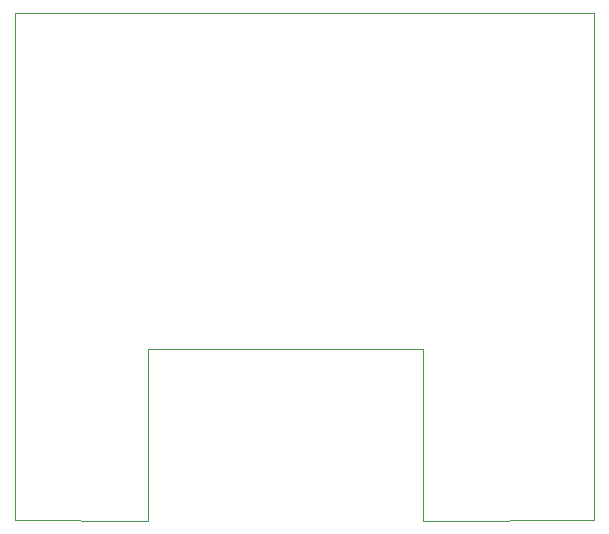
<source format=gbr>
%TF.GenerationSoftware,KiCad,Pcbnew,7.0.8*%
%TF.CreationDate,2024-05-03T13:39:42+02:00*%
%TF.ProjectId,menelaos-fix,6d656e65-6c61-46f7-932d-6669782e6b69,rev?*%
%TF.SameCoordinates,Original*%
%TF.FileFunction,Profile,NP*%
%FSLAX46Y46*%
G04 Gerber Fmt 4.6, Leading zero omitted, Abs format (unit mm)*
G04 Created by KiCad (PCBNEW 7.0.8) date 2024-05-03 13:39:42*
%MOMM*%
%LPD*%
G01*
G04 APERTURE LIST*
%TA.AperFunction,Profile*%
%ADD10C,0.050000*%
%TD*%
%TA.AperFunction,Profile*%
%ADD11C,0.100000*%
%TD*%
G04 APERTURE END LIST*
D10*
X239490000Y-59980000D02*
X239490000Y-102980000D01*
D11*
X225000000Y-103000000D02*
X225000000Y-88500000D01*
D10*
X190490000Y-102980000D02*
X190490000Y-59980000D01*
D11*
X201750000Y-103000000D02*
X201750000Y-88500000D01*
X201750000Y-88500000D02*
X225000000Y-88500000D01*
X190490000Y-102980000D02*
X201750000Y-103000000D01*
X239490000Y-102980000D02*
X225000000Y-103000000D01*
D10*
X190490000Y-59980000D02*
X239490000Y-59980000D01*
M02*

</source>
